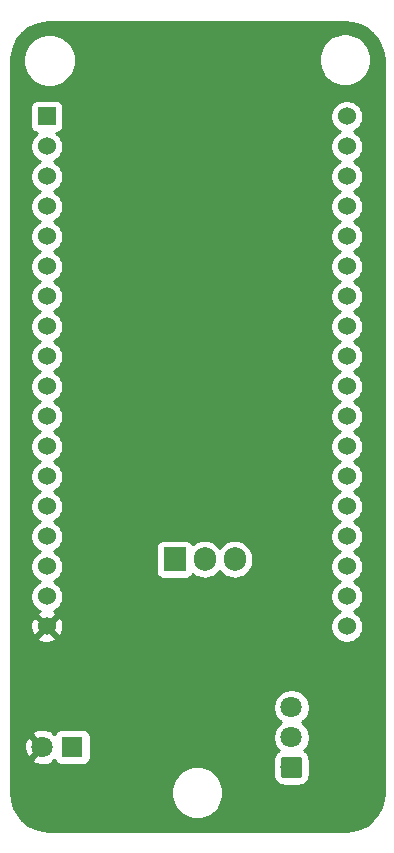
<source format=gbr>
G04 #@! TF.GenerationSoftware,KiCad,Pcbnew,5.1.3-ffb9f22~84~ubuntu18.04.1*
G04 #@! TF.CreationDate,2019-08-09T22:51:00+03:00*
G04 #@! TF.ProjectId,Edifier_Remote,45646966-6965-4725-9f52-656d6f74652e,rev?*
G04 #@! TF.SameCoordinates,Original*
G04 #@! TF.FileFunction,Copper,L2,Bot*
G04 #@! TF.FilePolarity,Positive*
%FSLAX46Y46*%
G04 Gerber Fmt 4.6, Leading zero omitted, Abs format (unit mm)*
G04 Created by KiCad (PCBNEW 5.1.3-ffb9f22~84~ubuntu18.04.1) date 2019-08-09 22:51:00*
%MOMM*%
%LPD*%
G04 APERTURE LIST*
%ADD10C,1.800000*%
%ADD11C,0.100000*%
%ADD12R,1.524000X1.524000*%
%ADD13C,1.524000*%
%ADD14O,1.905000X2.000000*%
%ADD15R,1.905000X2.000000*%
%ADD16R,1.800000X1.800000*%
%ADD17C,0.254000*%
G04 APERTURE END LIST*
D10*
X125465840Y-125049280D03*
X125465840Y-127589280D03*
D11*
G36*
X126141787Y-129230476D02*
G01*
X126165900Y-129234053D01*
X126189547Y-129239976D01*
X126212499Y-129248188D01*
X126234535Y-129258611D01*
X126255444Y-129271143D01*
X126275023Y-129285664D01*
X126293085Y-129302035D01*
X126309456Y-129320097D01*
X126323977Y-129339676D01*
X126336509Y-129360585D01*
X126346932Y-129382621D01*
X126355144Y-129405573D01*
X126361067Y-129429220D01*
X126364644Y-129453333D01*
X126365840Y-129477680D01*
X126365840Y-130780880D01*
X126364644Y-130805227D01*
X126361067Y-130829340D01*
X126355144Y-130852987D01*
X126346932Y-130875939D01*
X126336509Y-130897975D01*
X126323977Y-130918884D01*
X126309456Y-130938463D01*
X126293085Y-130956525D01*
X126275023Y-130972896D01*
X126255444Y-130987417D01*
X126234535Y-130999949D01*
X126212499Y-131010372D01*
X126189547Y-131018584D01*
X126165900Y-131024507D01*
X126141787Y-131028084D01*
X126117440Y-131029280D01*
X124814240Y-131029280D01*
X124789893Y-131028084D01*
X124765780Y-131024507D01*
X124742133Y-131018584D01*
X124719181Y-131010372D01*
X124697145Y-130999949D01*
X124676236Y-130987417D01*
X124656657Y-130972896D01*
X124638595Y-130956525D01*
X124622224Y-130938463D01*
X124607703Y-130918884D01*
X124595171Y-130897975D01*
X124584748Y-130875939D01*
X124576536Y-130852987D01*
X124570613Y-130829340D01*
X124567036Y-130805227D01*
X124565840Y-130780880D01*
X124565840Y-129477680D01*
X124567036Y-129453333D01*
X124570613Y-129429220D01*
X124576536Y-129405573D01*
X124584748Y-129382621D01*
X124595171Y-129360585D01*
X124607703Y-129339676D01*
X124622224Y-129320097D01*
X124638595Y-129302035D01*
X124656657Y-129285664D01*
X124676236Y-129271143D01*
X124697145Y-129258611D01*
X124719181Y-129248188D01*
X124742133Y-129239976D01*
X124765780Y-129234053D01*
X124789893Y-129230476D01*
X124814240Y-129229280D01*
X126117440Y-129229280D01*
X126141787Y-129230476D01*
X126141787Y-129230476D01*
G37*
D10*
X125465840Y-130129280D03*
D12*
X104747000Y-75017000D03*
D13*
X104747000Y-77557000D03*
X104747000Y-80097000D03*
X104747000Y-82637000D03*
X104747000Y-85177000D03*
X104747000Y-87717000D03*
X104747000Y-90257000D03*
X104747000Y-92797000D03*
X104747000Y-95337000D03*
X104747000Y-97877000D03*
X104747000Y-100417000D03*
X104747000Y-102957000D03*
X104747000Y-105497000D03*
X104747000Y-108037000D03*
X104747000Y-110577000D03*
X104747000Y-113117000D03*
X104747000Y-115657000D03*
X104747000Y-118197000D03*
X130147000Y-75017000D03*
X130147000Y-77557000D03*
X130147000Y-80097000D03*
X130147000Y-82637000D03*
X130147000Y-85177000D03*
X130147000Y-87717000D03*
X130147000Y-90257000D03*
X130147000Y-92797000D03*
X130147000Y-95337000D03*
X130147000Y-97877000D03*
X130147000Y-100417000D03*
X130147000Y-102957000D03*
X130147000Y-105497000D03*
X130147000Y-108037000D03*
X130147000Y-110577000D03*
X130147000Y-113117000D03*
X130147000Y-115657000D03*
X130147000Y-118197000D03*
D14*
X120650000Y-112522000D03*
X118110000Y-112522000D03*
D15*
X115570000Y-112522000D03*
D10*
X104383840Y-128407160D03*
D16*
X106923840Y-128407160D03*
D17*
G36*
X130630688Y-67069238D02*
G01*
X131240054Y-67253217D01*
X131802075Y-67552049D01*
X132295347Y-67954353D01*
X132701084Y-68444805D01*
X133003834Y-69004728D01*
X133192060Y-69612788D01*
X133262201Y-70280132D01*
X133262200Y-132232645D01*
X133196561Y-132902088D01*
X133012582Y-133511453D01*
X132713751Y-134073474D01*
X132311447Y-134566747D01*
X131820992Y-134972486D01*
X131261076Y-135275233D01*
X130653011Y-135463460D01*
X129985678Y-135533600D01*
X105013155Y-135533600D01*
X104343712Y-135467961D01*
X103734347Y-135283982D01*
X103172326Y-134985151D01*
X102679053Y-134582847D01*
X102273314Y-134092392D01*
X101970567Y-133532476D01*
X101782340Y-132924411D01*
X101712200Y-132257078D01*
X101712200Y-132063072D01*
X115240000Y-132063072D01*
X115240000Y-132503328D01*
X115325890Y-132935125D01*
X115494369Y-133341869D01*
X115738962Y-133707929D01*
X116050271Y-134019238D01*
X116416331Y-134263831D01*
X116823075Y-134432310D01*
X117254872Y-134518200D01*
X117695128Y-134518200D01*
X118126925Y-134432310D01*
X118533669Y-134263831D01*
X118899729Y-134019238D01*
X119211038Y-133707929D01*
X119455631Y-133341869D01*
X119624110Y-132935125D01*
X119710000Y-132503328D01*
X119710000Y-132063072D01*
X119624110Y-131631275D01*
X119455631Y-131224531D01*
X119211038Y-130858471D01*
X118899729Y-130547162D01*
X118533669Y-130302569D01*
X118126925Y-130134090D01*
X117695128Y-130048200D01*
X117254872Y-130048200D01*
X116823075Y-130134090D01*
X116416331Y-130302569D01*
X116050271Y-130547162D01*
X115738962Y-130858471D01*
X115494369Y-131224531D01*
X115325890Y-131631275D01*
X115240000Y-132063072D01*
X101712200Y-132063072D01*
X101712200Y-128473713D01*
X102842849Y-128473713D01*
X102885443Y-128773067D01*
X102985618Y-129058359D01*
X103065579Y-129207952D01*
X103319760Y-129291635D01*
X104204235Y-128407160D01*
X103319760Y-127522685D01*
X103065579Y-127606368D01*
X102934682Y-127878935D01*
X102859475Y-128171802D01*
X102842849Y-128473713D01*
X101712200Y-128473713D01*
X101712200Y-127343080D01*
X103499365Y-127343080D01*
X104383840Y-128227555D01*
X104397983Y-128213413D01*
X104577588Y-128393018D01*
X104563445Y-128407160D01*
X104577588Y-128421303D01*
X104397983Y-128600908D01*
X104383840Y-128586765D01*
X103499365Y-129471240D01*
X103583048Y-129725421D01*
X103855615Y-129856318D01*
X104148482Y-129931525D01*
X104450393Y-129948151D01*
X104749747Y-129905557D01*
X105035039Y-129805382D01*
X105184632Y-129725421D01*
X105268314Y-129471242D01*
X105384262Y-129587190D01*
X105431027Y-129540425D01*
X105434338Y-129551340D01*
X105493303Y-129661654D01*
X105572655Y-129758345D01*
X105669346Y-129837697D01*
X105779660Y-129896662D01*
X105899358Y-129932972D01*
X106023840Y-129945232D01*
X107823840Y-129945232D01*
X107948322Y-129932972D01*
X108068020Y-129896662D01*
X108178334Y-129837697D01*
X108275025Y-129758345D01*
X108354377Y-129661654D01*
X108413342Y-129551340D01*
X108435686Y-129477680D01*
X123927768Y-129477680D01*
X123927768Y-130780880D01*
X123944801Y-130953822D01*
X123995247Y-131120118D01*
X124077165Y-131273377D01*
X124187410Y-131407710D01*
X124321743Y-131517955D01*
X124475002Y-131599873D01*
X124641298Y-131650319D01*
X124814240Y-131667352D01*
X126117440Y-131667352D01*
X126290382Y-131650319D01*
X126456678Y-131599873D01*
X126609937Y-131517955D01*
X126744270Y-131407710D01*
X126854515Y-131273377D01*
X126936433Y-131120118D01*
X126986879Y-130953822D01*
X127003912Y-130780880D01*
X127003912Y-129477680D01*
X126986879Y-129304738D01*
X126936433Y-129138442D01*
X126854515Y-128985183D01*
X126744270Y-128850850D01*
X126609937Y-128740605D01*
X126528735Y-128697202D01*
X126658152Y-128567785D01*
X126826139Y-128316375D01*
X126941851Y-128037023D01*
X127000840Y-127740464D01*
X127000840Y-127438096D01*
X126941851Y-127141537D01*
X126826139Y-126862185D01*
X126658152Y-126610775D01*
X126444345Y-126396968D01*
X126328077Y-126319280D01*
X126444345Y-126241592D01*
X126658152Y-126027785D01*
X126826139Y-125776375D01*
X126941851Y-125497023D01*
X127000840Y-125200464D01*
X127000840Y-124898096D01*
X126941851Y-124601537D01*
X126826139Y-124322185D01*
X126658152Y-124070775D01*
X126444345Y-123856968D01*
X126192935Y-123688981D01*
X125913583Y-123573269D01*
X125617024Y-123514280D01*
X125314656Y-123514280D01*
X125018097Y-123573269D01*
X124738745Y-123688981D01*
X124487335Y-123856968D01*
X124273528Y-124070775D01*
X124105541Y-124322185D01*
X123989829Y-124601537D01*
X123930840Y-124898096D01*
X123930840Y-125200464D01*
X123989829Y-125497023D01*
X124105541Y-125776375D01*
X124273528Y-126027785D01*
X124487335Y-126241592D01*
X124603603Y-126319280D01*
X124487335Y-126396968D01*
X124273528Y-126610775D01*
X124105541Y-126862185D01*
X123989829Y-127141537D01*
X123930840Y-127438096D01*
X123930840Y-127740464D01*
X123989829Y-128037023D01*
X124105541Y-128316375D01*
X124273528Y-128567785D01*
X124402945Y-128697202D01*
X124321743Y-128740605D01*
X124187410Y-128850850D01*
X124077165Y-128985183D01*
X123995247Y-129138442D01*
X123944801Y-129304738D01*
X123927768Y-129477680D01*
X108435686Y-129477680D01*
X108449652Y-129431642D01*
X108461912Y-129307160D01*
X108461912Y-127507160D01*
X108449652Y-127382678D01*
X108413342Y-127262980D01*
X108354377Y-127152666D01*
X108275025Y-127055975D01*
X108178334Y-126976623D01*
X108068020Y-126917658D01*
X107948322Y-126881348D01*
X107823840Y-126869088D01*
X106023840Y-126869088D01*
X105899358Y-126881348D01*
X105779660Y-126917658D01*
X105669346Y-126976623D01*
X105572655Y-127055975D01*
X105493303Y-127152666D01*
X105434338Y-127262980D01*
X105431027Y-127273895D01*
X105384262Y-127227130D01*
X105268314Y-127343078D01*
X105184632Y-127088899D01*
X104912065Y-126958002D01*
X104619198Y-126882795D01*
X104317287Y-126866169D01*
X104017933Y-126908763D01*
X103732641Y-127008938D01*
X103583048Y-127088899D01*
X103499365Y-127343080D01*
X101712200Y-127343080D01*
X101712200Y-119162565D01*
X103961040Y-119162565D01*
X104028020Y-119402656D01*
X104277048Y-119519756D01*
X104544135Y-119586023D01*
X104819017Y-119598910D01*
X105091133Y-119557922D01*
X105350023Y-119464636D01*
X105465980Y-119402656D01*
X105532960Y-119162565D01*
X104747000Y-118376605D01*
X103961040Y-119162565D01*
X101712200Y-119162565D01*
X101712200Y-118269017D01*
X103345090Y-118269017D01*
X103386078Y-118541133D01*
X103479364Y-118800023D01*
X103541344Y-118915980D01*
X103781435Y-118982960D01*
X104567395Y-118197000D01*
X104926605Y-118197000D01*
X105712565Y-118982960D01*
X105952656Y-118915980D01*
X106069756Y-118666952D01*
X106136023Y-118399865D01*
X106148910Y-118124983D01*
X106107922Y-117852867D01*
X106014636Y-117593977D01*
X105952656Y-117478020D01*
X105712565Y-117411040D01*
X104926605Y-118197000D01*
X104567395Y-118197000D01*
X103781435Y-117411040D01*
X103541344Y-117478020D01*
X103424244Y-117727048D01*
X103357977Y-117994135D01*
X103345090Y-118269017D01*
X101712200Y-118269017D01*
X101712200Y-74255000D01*
X103346928Y-74255000D01*
X103346928Y-75779000D01*
X103359188Y-75903482D01*
X103395498Y-76023180D01*
X103454463Y-76133494D01*
X103533815Y-76230185D01*
X103630506Y-76309537D01*
X103740820Y-76368502D01*
X103860518Y-76404812D01*
X103944465Y-76413080D01*
X103856465Y-76471880D01*
X103661880Y-76666465D01*
X103508995Y-76895273D01*
X103403686Y-77149510D01*
X103350000Y-77419408D01*
X103350000Y-77694592D01*
X103403686Y-77964490D01*
X103508995Y-78218727D01*
X103661880Y-78447535D01*
X103856465Y-78642120D01*
X104085273Y-78795005D01*
X104162515Y-78827000D01*
X104085273Y-78858995D01*
X103856465Y-79011880D01*
X103661880Y-79206465D01*
X103508995Y-79435273D01*
X103403686Y-79689510D01*
X103350000Y-79959408D01*
X103350000Y-80234592D01*
X103403686Y-80504490D01*
X103508995Y-80758727D01*
X103661880Y-80987535D01*
X103856465Y-81182120D01*
X104085273Y-81335005D01*
X104162515Y-81367000D01*
X104085273Y-81398995D01*
X103856465Y-81551880D01*
X103661880Y-81746465D01*
X103508995Y-81975273D01*
X103403686Y-82229510D01*
X103350000Y-82499408D01*
X103350000Y-82774592D01*
X103403686Y-83044490D01*
X103508995Y-83298727D01*
X103661880Y-83527535D01*
X103856465Y-83722120D01*
X104085273Y-83875005D01*
X104162515Y-83907000D01*
X104085273Y-83938995D01*
X103856465Y-84091880D01*
X103661880Y-84286465D01*
X103508995Y-84515273D01*
X103403686Y-84769510D01*
X103350000Y-85039408D01*
X103350000Y-85314592D01*
X103403686Y-85584490D01*
X103508995Y-85838727D01*
X103661880Y-86067535D01*
X103856465Y-86262120D01*
X104085273Y-86415005D01*
X104162515Y-86447000D01*
X104085273Y-86478995D01*
X103856465Y-86631880D01*
X103661880Y-86826465D01*
X103508995Y-87055273D01*
X103403686Y-87309510D01*
X103350000Y-87579408D01*
X103350000Y-87854592D01*
X103403686Y-88124490D01*
X103508995Y-88378727D01*
X103661880Y-88607535D01*
X103856465Y-88802120D01*
X104085273Y-88955005D01*
X104162515Y-88987000D01*
X104085273Y-89018995D01*
X103856465Y-89171880D01*
X103661880Y-89366465D01*
X103508995Y-89595273D01*
X103403686Y-89849510D01*
X103350000Y-90119408D01*
X103350000Y-90394592D01*
X103403686Y-90664490D01*
X103508995Y-90918727D01*
X103661880Y-91147535D01*
X103856465Y-91342120D01*
X104085273Y-91495005D01*
X104162515Y-91527000D01*
X104085273Y-91558995D01*
X103856465Y-91711880D01*
X103661880Y-91906465D01*
X103508995Y-92135273D01*
X103403686Y-92389510D01*
X103350000Y-92659408D01*
X103350000Y-92934592D01*
X103403686Y-93204490D01*
X103508995Y-93458727D01*
X103661880Y-93687535D01*
X103856465Y-93882120D01*
X104085273Y-94035005D01*
X104162515Y-94067000D01*
X104085273Y-94098995D01*
X103856465Y-94251880D01*
X103661880Y-94446465D01*
X103508995Y-94675273D01*
X103403686Y-94929510D01*
X103350000Y-95199408D01*
X103350000Y-95474592D01*
X103403686Y-95744490D01*
X103508995Y-95998727D01*
X103661880Y-96227535D01*
X103856465Y-96422120D01*
X104085273Y-96575005D01*
X104162515Y-96607000D01*
X104085273Y-96638995D01*
X103856465Y-96791880D01*
X103661880Y-96986465D01*
X103508995Y-97215273D01*
X103403686Y-97469510D01*
X103350000Y-97739408D01*
X103350000Y-98014592D01*
X103403686Y-98284490D01*
X103508995Y-98538727D01*
X103661880Y-98767535D01*
X103856465Y-98962120D01*
X104085273Y-99115005D01*
X104162515Y-99147000D01*
X104085273Y-99178995D01*
X103856465Y-99331880D01*
X103661880Y-99526465D01*
X103508995Y-99755273D01*
X103403686Y-100009510D01*
X103350000Y-100279408D01*
X103350000Y-100554592D01*
X103403686Y-100824490D01*
X103508995Y-101078727D01*
X103661880Y-101307535D01*
X103856465Y-101502120D01*
X104085273Y-101655005D01*
X104162515Y-101687000D01*
X104085273Y-101718995D01*
X103856465Y-101871880D01*
X103661880Y-102066465D01*
X103508995Y-102295273D01*
X103403686Y-102549510D01*
X103350000Y-102819408D01*
X103350000Y-103094592D01*
X103403686Y-103364490D01*
X103508995Y-103618727D01*
X103661880Y-103847535D01*
X103856465Y-104042120D01*
X104085273Y-104195005D01*
X104162515Y-104227000D01*
X104085273Y-104258995D01*
X103856465Y-104411880D01*
X103661880Y-104606465D01*
X103508995Y-104835273D01*
X103403686Y-105089510D01*
X103350000Y-105359408D01*
X103350000Y-105634592D01*
X103403686Y-105904490D01*
X103508995Y-106158727D01*
X103661880Y-106387535D01*
X103856465Y-106582120D01*
X104085273Y-106735005D01*
X104162515Y-106767000D01*
X104085273Y-106798995D01*
X103856465Y-106951880D01*
X103661880Y-107146465D01*
X103508995Y-107375273D01*
X103403686Y-107629510D01*
X103350000Y-107899408D01*
X103350000Y-108174592D01*
X103403686Y-108444490D01*
X103508995Y-108698727D01*
X103661880Y-108927535D01*
X103856465Y-109122120D01*
X104085273Y-109275005D01*
X104162515Y-109307000D01*
X104085273Y-109338995D01*
X103856465Y-109491880D01*
X103661880Y-109686465D01*
X103508995Y-109915273D01*
X103403686Y-110169510D01*
X103350000Y-110439408D01*
X103350000Y-110714592D01*
X103403686Y-110984490D01*
X103508995Y-111238727D01*
X103661880Y-111467535D01*
X103856465Y-111662120D01*
X104085273Y-111815005D01*
X104162515Y-111847000D01*
X104085273Y-111878995D01*
X103856465Y-112031880D01*
X103661880Y-112226465D01*
X103508995Y-112455273D01*
X103403686Y-112709510D01*
X103350000Y-112979408D01*
X103350000Y-113254592D01*
X103403686Y-113524490D01*
X103508995Y-113778727D01*
X103661880Y-114007535D01*
X103856465Y-114202120D01*
X104085273Y-114355005D01*
X104162515Y-114387000D01*
X104085273Y-114418995D01*
X103856465Y-114571880D01*
X103661880Y-114766465D01*
X103508995Y-114995273D01*
X103403686Y-115249510D01*
X103350000Y-115519408D01*
X103350000Y-115794592D01*
X103403686Y-116064490D01*
X103508995Y-116318727D01*
X103661880Y-116547535D01*
X103856465Y-116742120D01*
X104085273Y-116895005D01*
X104156943Y-116924692D01*
X104143977Y-116929364D01*
X104028020Y-116991344D01*
X103961040Y-117231435D01*
X104747000Y-118017395D01*
X105532960Y-117231435D01*
X105465980Y-116991344D01*
X105330240Y-116927515D01*
X105408727Y-116895005D01*
X105637535Y-116742120D01*
X105832120Y-116547535D01*
X105985005Y-116318727D01*
X106090314Y-116064490D01*
X106144000Y-115794592D01*
X106144000Y-115519408D01*
X106090314Y-115249510D01*
X105985005Y-114995273D01*
X105832120Y-114766465D01*
X105637535Y-114571880D01*
X105408727Y-114418995D01*
X105331485Y-114387000D01*
X105408727Y-114355005D01*
X105637535Y-114202120D01*
X105832120Y-114007535D01*
X105985005Y-113778727D01*
X106090314Y-113524490D01*
X106144000Y-113254592D01*
X106144000Y-112979408D01*
X106090314Y-112709510D01*
X105985005Y-112455273D01*
X105832120Y-112226465D01*
X105637535Y-112031880D01*
X105408727Y-111878995D01*
X105331485Y-111847000D01*
X105408727Y-111815005D01*
X105637535Y-111662120D01*
X105777655Y-111522000D01*
X113979428Y-111522000D01*
X113979428Y-113522000D01*
X113991688Y-113646482D01*
X114027998Y-113766180D01*
X114086963Y-113876494D01*
X114166315Y-113973185D01*
X114263006Y-114052537D01*
X114373320Y-114111502D01*
X114493018Y-114147812D01*
X114617500Y-114160072D01*
X116522500Y-114160072D01*
X116646982Y-114147812D01*
X116766680Y-114111502D01*
X116876994Y-114052537D01*
X116973685Y-113973185D01*
X117053037Y-113876494D01*
X117097905Y-113792553D01*
X117223766Y-113895845D01*
X117499552Y-114043255D01*
X117798797Y-114134030D01*
X118110000Y-114164681D01*
X118421204Y-114134030D01*
X118720449Y-114043255D01*
X118996235Y-113895845D01*
X119237963Y-113697463D01*
X119380000Y-113524391D01*
X119522037Y-113697463D01*
X119763766Y-113895845D01*
X120039552Y-114043255D01*
X120338797Y-114134030D01*
X120650000Y-114164681D01*
X120961204Y-114134030D01*
X121260449Y-114043255D01*
X121536235Y-113895845D01*
X121777963Y-113697463D01*
X121976345Y-113455734D01*
X122123755Y-113179948D01*
X122214530Y-112880703D01*
X122237500Y-112647485D01*
X122237500Y-112396514D01*
X122214530Y-112163296D01*
X122123755Y-111864051D01*
X121976345Y-111588265D01*
X121777963Y-111346537D01*
X121536234Y-111148155D01*
X121260448Y-111000745D01*
X120961203Y-110909970D01*
X120650000Y-110879319D01*
X120338796Y-110909970D01*
X120039551Y-111000745D01*
X119763765Y-111148155D01*
X119522037Y-111346537D01*
X119380000Y-111519609D01*
X119237963Y-111346537D01*
X118996234Y-111148155D01*
X118720448Y-111000745D01*
X118421203Y-110909970D01*
X118110000Y-110879319D01*
X117798796Y-110909970D01*
X117499551Y-111000745D01*
X117223765Y-111148155D01*
X117097905Y-111251446D01*
X117053037Y-111167506D01*
X116973685Y-111070815D01*
X116876994Y-110991463D01*
X116766680Y-110932498D01*
X116646982Y-110896188D01*
X116522500Y-110883928D01*
X114617500Y-110883928D01*
X114493018Y-110896188D01*
X114373320Y-110932498D01*
X114263006Y-110991463D01*
X114166315Y-111070815D01*
X114086963Y-111167506D01*
X114027998Y-111277820D01*
X113991688Y-111397518D01*
X113979428Y-111522000D01*
X105777655Y-111522000D01*
X105832120Y-111467535D01*
X105985005Y-111238727D01*
X106090314Y-110984490D01*
X106144000Y-110714592D01*
X106144000Y-110439408D01*
X106090314Y-110169510D01*
X105985005Y-109915273D01*
X105832120Y-109686465D01*
X105637535Y-109491880D01*
X105408727Y-109338995D01*
X105331485Y-109307000D01*
X105408727Y-109275005D01*
X105637535Y-109122120D01*
X105832120Y-108927535D01*
X105985005Y-108698727D01*
X106090314Y-108444490D01*
X106144000Y-108174592D01*
X106144000Y-107899408D01*
X106090314Y-107629510D01*
X105985005Y-107375273D01*
X105832120Y-107146465D01*
X105637535Y-106951880D01*
X105408727Y-106798995D01*
X105331485Y-106767000D01*
X105408727Y-106735005D01*
X105637535Y-106582120D01*
X105832120Y-106387535D01*
X105985005Y-106158727D01*
X106090314Y-105904490D01*
X106144000Y-105634592D01*
X106144000Y-105359408D01*
X106090314Y-105089510D01*
X105985005Y-104835273D01*
X105832120Y-104606465D01*
X105637535Y-104411880D01*
X105408727Y-104258995D01*
X105331485Y-104227000D01*
X105408727Y-104195005D01*
X105637535Y-104042120D01*
X105832120Y-103847535D01*
X105985005Y-103618727D01*
X106090314Y-103364490D01*
X106144000Y-103094592D01*
X106144000Y-102819408D01*
X106090314Y-102549510D01*
X105985005Y-102295273D01*
X105832120Y-102066465D01*
X105637535Y-101871880D01*
X105408727Y-101718995D01*
X105331485Y-101687000D01*
X105408727Y-101655005D01*
X105637535Y-101502120D01*
X105832120Y-101307535D01*
X105985005Y-101078727D01*
X106090314Y-100824490D01*
X106144000Y-100554592D01*
X106144000Y-100279408D01*
X106090314Y-100009510D01*
X105985005Y-99755273D01*
X105832120Y-99526465D01*
X105637535Y-99331880D01*
X105408727Y-99178995D01*
X105331485Y-99147000D01*
X105408727Y-99115005D01*
X105637535Y-98962120D01*
X105832120Y-98767535D01*
X105985005Y-98538727D01*
X106090314Y-98284490D01*
X106144000Y-98014592D01*
X106144000Y-97739408D01*
X106090314Y-97469510D01*
X105985005Y-97215273D01*
X105832120Y-96986465D01*
X105637535Y-96791880D01*
X105408727Y-96638995D01*
X105331485Y-96607000D01*
X105408727Y-96575005D01*
X105637535Y-96422120D01*
X105832120Y-96227535D01*
X105985005Y-95998727D01*
X106090314Y-95744490D01*
X106144000Y-95474592D01*
X106144000Y-95199408D01*
X106090314Y-94929510D01*
X105985005Y-94675273D01*
X105832120Y-94446465D01*
X105637535Y-94251880D01*
X105408727Y-94098995D01*
X105331485Y-94067000D01*
X105408727Y-94035005D01*
X105637535Y-93882120D01*
X105832120Y-93687535D01*
X105985005Y-93458727D01*
X106090314Y-93204490D01*
X106144000Y-92934592D01*
X106144000Y-92659408D01*
X106090314Y-92389510D01*
X105985005Y-92135273D01*
X105832120Y-91906465D01*
X105637535Y-91711880D01*
X105408727Y-91558995D01*
X105331485Y-91527000D01*
X105408727Y-91495005D01*
X105637535Y-91342120D01*
X105832120Y-91147535D01*
X105985005Y-90918727D01*
X106090314Y-90664490D01*
X106144000Y-90394592D01*
X106144000Y-90119408D01*
X106090314Y-89849510D01*
X105985005Y-89595273D01*
X105832120Y-89366465D01*
X105637535Y-89171880D01*
X105408727Y-89018995D01*
X105331485Y-88987000D01*
X105408727Y-88955005D01*
X105637535Y-88802120D01*
X105832120Y-88607535D01*
X105985005Y-88378727D01*
X106090314Y-88124490D01*
X106144000Y-87854592D01*
X106144000Y-87579408D01*
X106090314Y-87309510D01*
X105985005Y-87055273D01*
X105832120Y-86826465D01*
X105637535Y-86631880D01*
X105408727Y-86478995D01*
X105331485Y-86447000D01*
X105408727Y-86415005D01*
X105637535Y-86262120D01*
X105832120Y-86067535D01*
X105985005Y-85838727D01*
X106090314Y-85584490D01*
X106144000Y-85314592D01*
X106144000Y-85039408D01*
X106090314Y-84769510D01*
X105985005Y-84515273D01*
X105832120Y-84286465D01*
X105637535Y-84091880D01*
X105408727Y-83938995D01*
X105331485Y-83907000D01*
X105408727Y-83875005D01*
X105637535Y-83722120D01*
X105832120Y-83527535D01*
X105985005Y-83298727D01*
X106090314Y-83044490D01*
X106144000Y-82774592D01*
X106144000Y-82499408D01*
X106090314Y-82229510D01*
X105985005Y-81975273D01*
X105832120Y-81746465D01*
X105637535Y-81551880D01*
X105408727Y-81398995D01*
X105331485Y-81367000D01*
X105408727Y-81335005D01*
X105637535Y-81182120D01*
X105832120Y-80987535D01*
X105985005Y-80758727D01*
X106090314Y-80504490D01*
X106144000Y-80234592D01*
X106144000Y-79959408D01*
X106090314Y-79689510D01*
X105985005Y-79435273D01*
X105832120Y-79206465D01*
X105637535Y-79011880D01*
X105408727Y-78858995D01*
X105331485Y-78827000D01*
X105408727Y-78795005D01*
X105637535Y-78642120D01*
X105832120Y-78447535D01*
X105985005Y-78218727D01*
X106090314Y-77964490D01*
X106144000Y-77694592D01*
X106144000Y-77419408D01*
X106090314Y-77149510D01*
X105985005Y-76895273D01*
X105832120Y-76666465D01*
X105637535Y-76471880D01*
X105549535Y-76413080D01*
X105633482Y-76404812D01*
X105753180Y-76368502D01*
X105863494Y-76309537D01*
X105960185Y-76230185D01*
X106039537Y-76133494D01*
X106098502Y-76023180D01*
X106134812Y-75903482D01*
X106147072Y-75779000D01*
X106147072Y-74879408D01*
X128750000Y-74879408D01*
X128750000Y-75154592D01*
X128803686Y-75424490D01*
X128908995Y-75678727D01*
X129061880Y-75907535D01*
X129256465Y-76102120D01*
X129485273Y-76255005D01*
X129562515Y-76287000D01*
X129485273Y-76318995D01*
X129256465Y-76471880D01*
X129061880Y-76666465D01*
X128908995Y-76895273D01*
X128803686Y-77149510D01*
X128750000Y-77419408D01*
X128750000Y-77694592D01*
X128803686Y-77964490D01*
X128908995Y-78218727D01*
X129061880Y-78447535D01*
X129256465Y-78642120D01*
X129485273Y-78795005D01*
X129562515Y-78827000D01*
X129485273Y-78858995D01*
X129256465Y-79011880D01*
X129061880Y-79206465D01*
X128908995Y-79435273D01*
X128803686Y-79689510D01*
X128750000Y-79959408D01*
X128750000Y-80234592D01*
X128803686Y-80504490D01*
X128908995Y-80758727D01*
X129061880Y-80987535D01*
X129256465Y-81182120D01*
X129485273Y-81335005D01*
X129562515Y-81367000D01*
X129485273Y-81398995D01*
X129256465Y-81551880D01*
X129061880Y-81746465D01*
X128908995Y-81975273D01*
X128803686Y-82229510D01*
X128750000Y-82499408D01*
X128750000Y-82774592D01*
X128803686Y-83044490D01*
X128908995Y-83298727D01*
X129061880Y-83527535D01*
X129256465Y-83722120D01*
X129485273Y-83875005D01*
X129562515Y-83907000D01*
X129485273Y-83938995D01*
X129256465Y-84091880D01*
X129061880Y-84286465D01*
X128908995Y-84515273D01*
X128803686Y-84769510D01*
X128750000Y-85039408D01*
X128750000Y-85314592D01*
X128803686Y-85584490D01*
X128908995Y-85838727D01*
X129061880Y-86067535D01*
X129256465Y-86262120D01*
X129485273Y-86415005D01*
X129562515Y-86447000D01*
X129485273Y-86478995D01*
X129256465Y-86631880D01*
X129061880Y-86826465D01*
X128908995Y-87055273D01*
X128803686Y-87309510D01*
X128750000Y-87579408D01*
X128750000Y-87854592D01*
X128803686Y-88124490D01*
X128908995Y-88378727D01*
X129061880Y-88607535D01*
X129256465Y-88802120D01*
X129485273Y-88955005D01*
X129562515Y-88987000D01*
X129485273Y-89018995D01*
X129256465Y-89171880D01*
X129061880Y-89366465D01*
X128908995Y-89595273D01*
X128803686Y-89849510D01*
X128750000Y-90119408D01*
X128750000Y-90394592D01*
X128803686Y-90664490D01*
X128908995Y-90918727D01*
X129061880Y-91147535D01*
X129256465Y-91342120D01*
X129485273Y-91495005D01*
X129562515Y-91527000D01*
X129485273Y-91558995D01*
X129256465Y-91711880D01*
X129061880Y-91906465D01*
X128908995Y-92135273D01*
X128803686Y-92389510D01*
X128750000Y-92659408D01*
X128750000Y-92934592D01*
X128803686Y-93204490D01*
X128908995Y-93458727D01*
X129061880Y-93687535D01*
X129256465Y-93882120D01*
X129485273Y-94035005D01*
X129562515Y-94067000D01*
X129485273Y-94098995D01*
X129256465Y-94251880D01*
X129061880Y-94446465D01*
X128908995Y-94675273D01*
X128803686Y-94929510D01*
X128750000Y-95199408D01*
X128750000Y-95474592D01*
X128803686Y-95744490D01*
X128908995Y-95998727D01*
X129061880Y-96227535D01*
X129256465Y-96422120D01*
X129485273Y-96575005D01*
X129562515Y-96607000D01*
X129485273Y-96638995D01*
X129256465Y-96791880D01*
X129061880Y-96986465D01*
X128908995Y-97215273D01*
X128803686Y-97469510D01*
X128750000Y-97739408D01*
X128750000Y-98014592D01*
X128803686Y-98284490D01*
X128908995Y-98538727D01*
X129061880Y-98767535D01*
X129256465Y-98962120D01*
X129485273Y-99115005D01*
X129562515Y-99147000D01*
X129485273Y-99178995D01*
X129256465Y-99331880D01*
X129061880Y-99526465D01*
X128908995Y-99755273D01*
X128803686Y-100009510D01*
X128750000Y-100279408D01*
X128750000Y-100554592D01*
X128803686Y-100824490D01*
X128908995Y-101078727D01*
X129061880Y-101307535D01*
X129256465Y-101502120D01*
X129485273Y-101655005D01*
X129562515Y-101687000D01*
X129485273Y-101718995D01*
X129256465Y-101871880D01*
X129061880Y-102066465D01*
X128908995Y-102295273D01*
X128803686Y-102549510D01*
X128750000Y-102819408D01*
X128750000Y-103094592D01*
X128803686Y-103364490D01*
X128908995Y-103618727D01*
X129061880Y-103847535D01*
X129256465Y-104042120D01*
X129485273Y-104195005D01*
X129562515Y-104227000D01*
X129485273Y-104258995D01*
X129256465Y-104411880D01*
X129061880Y-104606465D01*
X128908995Y-104835273D01*
X128803686Y-105089510D01*
X128750000Y-105359408D01*
X128750000Y-105634592D01*
X128803686Y-105904490D01*
X128908995Y-106158727D01*
X129061880Y-106387535D01*
X129256465Y-106582120D01*
X129485273Y-106735005D01*
X129562515Y-106767000D01*
X129485273Y-106798995D01*
X129256465Y-106951880D01*
X129061880Y-107146465D01*
X128908995Y-107375273D01*
X128803686Y-107629510D01*
X128750000Y-107899408D01*
X128750000Y-108174592D01*
X128803686Y-108444490D01*
X128908995Y-108698727D01*
X129061880Y-108927535D01*
X129256465Y-109122120D01*
X129485273Y-109275005D01*
X129562515Y-109307000D01*
X129485273Y-109338995D01*
X129256465Y-109491880D01*
X129061880Y-109686465D01*
X128908995Y-109915273D01*
X128803686Y-110169510D01*
X128750000Y-110439408D01*
X128750000Y-110714592D01*
X128803686Y-110984490D01*
X128908995Y-111238727D01*
X129061880Y-111467535D01*
X129256465Y-111662120D01*
X129485273Y-111815005D01*
X129562515Y-111847000D01*
X129485273Y-111878995D01*
X129256465Y-112031880D01*
X129061880Y-112226465D01*
X128908995Y-112455273D01*
X128803686Y-112709510D01*
X128750000Y-112979408D01*
X128750000Y-113254592D01*
X128803686Y-113524490D01*
X128908995Y-113778727D01*
X129061880Y-114007535D01*
X129256465Y-114202120D01*
X129485273Y-114355005D01*
X129562515Y-114387000D01*
X129485273Y-114418995D01*
X129256465Y-114571880D01*
X129061880Y-114766465D01*
X128908995Y-114995273D01*
X128803686Y-115249510D01*
X128750000Y-115519408D01*
X128750000Y-115794592D01*
X128803686Y-116064490D01*
X128908995Y-116318727D01*
X129061880Y-116547535D01*
X129256465Y-116742120D01*
X129485273Y-116895005D01*
X129562515Y-116927000D01*
X129485273Y-116958995D01*
X129256465Y-117111880D01*
X129061880Y-117306465D01*
X128908995Y-117535273D01*
X128803686Y-117789510D01*
X128750000Y-118059408D01*
X128750000Y-118334592D01*
X128803686Y-118604490D01*
X128908995Y-118858727D01*
X129061880Y-119087535D01*
X129256465Y-119282120D01*
X129485273Y-119435005D01*
X129739510Y-119540314D01*
X130009408Y-119594000D01*
X130284592Y-119594000D01*
X130554490Y-119540314D01*
X130808727Y-119435005D01*
X131037535Y-119282120D01*
X131232120Y-119087535D01*
X131385005Y-118858727D01*
X131490314Y-118604490D01*
X131544000Y-118334592D01*
X131544000Y-118059408D01*
X131490314Y-117789510D01*
X131385005Y-117535273D01*
X131232120Y-117306465D01*
X131037535Y-117111880D01*
X130808727Y-116958995D01*
X130731485Y-116927000D01*
X130808727Y-116895005D01*
X131037535Y-116742120D01*
X131232120Y-116547535D01*
X131385005Y-116318727D01*
X131490314Y-116064490D01*
X131544000Y-115794592D01*
X131544000Y-115519408D01*
X131490314Y-115249510D01*
X131385005Y-114995273D01*
X131232120Y-114766465D01*
X131037535Y-114571880D01*
X130808727Y-114418995D01*
X130731485Y-114387000D01*
X130808727Y-114355005D01*
X131037535Y-114202120D01*
X131232120Y-114007535D01*
X131385005Y-113778727D01*
X131490314Y-113524490D01*
X131544000Y-113254592D01*
X131544000Y-112979408D01*
X131490314Y-112709510D01*
X131385005Y-112455273D01*
X131232120Y-112226465D01*
X131037535Y-112031880D01*
X130808727Y-111878995D01*
X130731485Y-111847000D01*
X130808727Y-111815005D01*
X131037535Y-111662120D01*
X131232120Y-111467535D01*
X131385005Y-111238727D01*
X131490314Y-110984490D01*
X131544000Y-110714592D01*
X131544000Y-110439408D01*
X131490314Y-110169510D01*
X131385005Y-109915273D01*
X131232120Y-109686465D01*
X131037535Y-109491880D01*
X130808727Y-109338995D01*
X130731485Y-109307000D01*
X130808727Y-109275005D01*
X131037535Y-109122120D01*
X131232120Y-108927535D01*
X131385005Y-108698727D01*
X131490314Y-108444490D01*
X131544000Y-108174592D01*
X131544000Y-107899408D01*
X131490314Y-107629510D01*
X131385005Y-107375273D01*
X131232120Y-107146465D01*
X131037535Y-106951880D01*
X130808727Y-106798995D01*
X130731485Y-106767000D01*
X130808727Y-106735005D01*
X131037535Y-106582120D01*
X131232120Y-106387535D01*
X131385005Y-106158727D01*
X131490314Y-105904490D01*
X131544000Y-105634592D01*
X131544000Y-105359408D01*
X131490314Y-105089510D01*
X131385005Y-104835273D01*
X131232120Y-104606465D01*
X131037535Y-104411880D01*
X130808727Y-104258995D01*
X130731485Y-104227000D01*
X130808727Y-104195005D01*
X131037535Y-104042120D01*
X131232120Y-103847535D01*
X131385005Y-103618727D01*
X131490314Y-103364490D01*
X131544000Y-103094592D01*
X131544000Y-102819408D01*
X131490314Y-102549510D01*
X131385005Y-102295273D01*
X131232120Y-102066465D01*
X131037535Y-101871880D01*
X130808727Y-101718995D01*
X130731485Y-101687000D01*
X130808727Y-101655005D01*
X131037535Y-101502120D01*
X131232120Y-101307535D01*
X131385005Y-101078727D01*
X131490314Y-100824490D01*
X131544000Y-100554592D01*
X131544000Y-100279408D01*
X131490314Y-100009510D01*
X131385005Y-99755273D01*
X131232120Y-99526465D01*
X131037535Y-99331880D01*
X130808727Y-99178995D01*
X130731485Y-99147000D01*
X130808727Y-99115005D01*
X131037535Y-98962120D01*
X131232120Y-98767535D01*
X131385005Y-98538727D01*
X131490314Y-98284490D01*
X131544000Y-98014592D01*
X131544000Y-97739408D01*
X131490314Y-97469510D01*
X131385005Y-97215273D01*
X131232120Y-96986465D01*
X131037535Y-96791880D01*
X130808727Y-96638995D01*
X130731485Y-96607000D01*
X130808727Y-96575005D01*
X131037535Y-96422120D01*
X131232120Y-96227535D01*
X131385005Y-95998727D01*
X131490314Y-95744490D01*
X131544000Y-95474592D01*
X131544000Y-95199408D01*
X131490314Y-94929510D01*
X131385005Y-94675273D01*
X131232120Y-94446465D01*
X131037535Y-94251880D01*
X130808727Y-94098995D01*
X130731485Y-94067000D01*
X130808727Y-94035005D01*
X131037535Y-93882120D01*
X131232120Y-93687535D01*
X131385005Y-93458727D01*
X131490314Y-93204490D01*
X131544000Y-92934592D01*
X131544000Y-92659408D01*
X131490314Y-92389510D01*
X131385005Y-92135273D01*
X131232120Y-91906465D01*
X131037535Y-91711880D01*
X130808727Y-91558995D01*
X130731485Y-91527000D01*
X130808727Y-91495005D01*
X131037535Y-91342120D01*
X131232120Y-91147535D01*
X131385005Y-90918727D01*
X131490314Y-90664490D01*
X131544000Y-90394592D01*
X131544000Y-90119408D01*
X131490314Y-89849510D01*
X131385005Y-89595273D01*
X131232120Y-89366465D01*
X131037535Y-89171880D01*
X130808727Y-89018995D01*
X130731485Y-88987000D01*
X130808727Y-88955005D01*
X131037535Y-88802120D01*
X131232120Y-88607535D01*
X131385005Y-88378727D01*
X131490314Y-88124490D01*
X131544000Y-87854592D01*
X131544000Y-87579408D01*
X131490314Y-87309510D01*
X131385005Y-87055273D01*
X131232120Y-86826465D01*
X131037535Y-86631880D01*
X130808727Y-86478995D01*
X130731485Y-86447000D01*
X130808727Y-86415005D01*
X131037535Y-86262120D01*
X131232120Y-86067535D01*
X131385005Y-85838727D01*
X131490314Y-85584490D01*
X131544000Y-85314592D01*
X131544000Y-85039408D01*
X131490314Y-84769510D01*
X131385005Y-84515273D01*
X131232120Y-84286465D01*
X131037535Y-84091880D01*
X130808727Y-83938995D01*
X130731485Y-83907000D01*
X130808727Y-83875005D01*
X131037535Y-83722120D01*
X131232120Y-83527535D01*
X131385005Y-83298727D01*
X131490314Y-83044490D01*
X131544000Y-82774592D01*
X131544000Y-82499408D01*
X131490314Y-82229510D01*
X131385005Y-81975273D01*
X131232120Y-81746465D01*
X131037535Y-81551880D01*
X130808727Y-81398995D01*
X130731485Y-81367000D01*
X130808727Y-81335005D01*
X131037535Y-81182120D01*
X131232120Y-80987535D01*
X131385005Y-80758727D01*
X131490314Y-80504490D01*
X131544000Y-80234592D01*
X131544000Y-79959408D01*
X131490314Y-79689510D01*
X131385005Y-79435273D01*
X131232120Y-79206465D01*
X131037535Y-79011880D01*
X130808727Y-78858995D01*
X130731485Y-78827000D01*
X130808727Y-78795005D01*
X131037535Y-78642120D01*
X131232120Y-78447535D01*
X131385005Y-78218727D01*
X131490314Y-77964490D01*
X131544000Y-77694592D01*
X131544000Y-77419408D01*
X131490314Y-77149510D01*
X131385005Y-76895273D01*
X131232120Y-76666465D01*
X131037535Y-76471880D01*
X130808727Y-76318995D01*
X130731485Y-76287000D01*
X130808727Y-76255005D01*
X131037535Y-76102120D01*
X131232120Y-75907535D01*
X131385005Y-75678727D01*
X131490314Y-75424490D01*
X131544000Y-75154592D01*
X131544000Y-74879408D01*
X131490314Y-74609510D01*
X131385005Y-74355273D01*
X131232120Y-74126465D01*
X131037535Y-73931880D01*
X130808727Y-73778995D01*
X130554490Y-73673686D01*
X130284592Y-73620000D01*
X130009408Y-73620000D01*
X129739510Y-73673686D01*
X129485273Y-73778995D01*
X129256465Y-73931880D01*
X129061880Y-74126465D01*
X128908995Y-74355273D01*
X128803686Y-74609510D01*
X128750000Y-74879408D01*
X106147072Y-74879408D01*
X106147072Y-74255000D01*
X106134812Y-74130518D01*
X106098502Y-74010820D01*
X106039537Y-73900506D01*
X105960185Y-73803815D01*
X105863494Y-73724463D01*
X105753180Y-73665498D01*
X105633482Y-73629188D01*
X105509000Y-73616928D01*
X103985000Y-73616928D01*
X103860518Y-73629188D01*
X103740820Y-73665498D01*
X103630506Y-73724463D01*
X103533815Y-73803815D01*
X103454463Y-73900506D01*
X103395498Y-74010820D01*
X103359188Y-74130518D01*
X103346928Y-74255000D01*
X101712200Y-74255000D01*
X101712200Y-70304535D01*
X101738503Y-70036272D01*
X102717800Y-70036272D01*
X102717800Y-70476528D01*
X102803690Y-70908325D01*
X102972169Y-71315069D01*
X103216762Y-71681129D01*
X103528071Y-71992438D01*
X103894131Y-72237031D01*
X104300875Y-72405510D01*
X104732672Y-72491400D01*
X105172928Y-72491400D01*
X105604725Y-72405510D01*
X106011469Y-72237031D01*
X106377529Y-71992438D01*
X106688838Y-71681129D01*
X106933431Y-71315069D01*
X107101910Y-70908325D01*
X107187800Y-70476528D01*
X107187800Y-70036272D01*
X107182748Y-70010872D01*
X127762200Y-70010872D01*
X127762200Y-70451128D01*
X127848090Y-70882925D01*
X128016569Y-71289669D01*
X128261162Y-71655729D01*
X128572471Y-71967038D01*
X128938531Y-72211631D01*
X129345275Y-72380110D01*
X129777072Y-72466000D01*
X130217328Y-72466000D01*
X130649125Y-72380110D01*
X131055869Y-72211631D01*
X131421929Y-71967038D01*
X131733238Y-71655729D01*
X131977831Y-71289669D01*
X132146310Y-70882925D01*
X132232200Y-70451128D01*
X132232200Y-70010872D01*
X132146310Y-69579075D01*
X131977831Y-69172331D01*
X131733238Y-68806271D01*
X131421929Y-68494962D01*
X131055869Y-68250369D01*
X130649125Y-68081890D01*
X130217328Y-67996000D01*
X129777072Y-67996000D01*
X129345275Y-68081890D01*
X128938531Y-68250369D01*
X128572471Y-68494962D01*
X128261162Y-68806271D01*
X128016569Y-69172331D01*
X127848090Y-69579075D01*
X127762200Y-70010872D01*
X107182748Y-70010872D01*
X107101910Y-69604475D01*
X106933431Y-69197731D01*
X106688838Y-68831671D01*
X106377529Y-68520362D01*
X106011469Y-68275769D01*
X105604725Y-68107290D01*
X105172928Y-68021400D01*
X104732672Y-68021400D01*
X104300875Y-68107290D01*
X103894131Y-68275769D01*
X103528071Y-68520362D01*
X103216762Y-68831671D01*
X102972169Y-69197731D01*
X102803690Y-69604475D01*
X102717800Y-70036272D01*
X101738503Y-70036272D01*
X101777837Y-69635112D01*
X101961816Y-69025746D01*
X102260648Y-68463725D01*
X102662952Y-67970453D01*
X103153404Y-67564716D01*
X103713327Y-67261966D01*
X104321387Y-67073740D01*
X104988721Y-67003600D01*
X129961255Y-67003600D01*
X130630688Y-67069238D01*
X130630688Y-67069238D01*
G37*
X130630688Y-67069238D02*
X131240054Y-67253217D01*
X131802075Y-67552049D01*
X132295347Y-67954353D01*
X132701084Y-68444805D01*
X133003834Y-69004728D01*
X133192060Y-69612788D01*
X133262201Y-70280132D01*
X133262200Y-132232645D01*
X133196561Y-132902088D01*
X133012582Y-133511453D01*
X132713751Y-134073474D01*
X132311447Y-134566747D01*
X131820992Y-134972486D01*
X131261076Y-135275233D01*
X130653011Y-135463460D01*
X129985678Y-135533600D01*
X105013155Y-135533600D01*
X104343712Y-135467961D01*
X103734347Y-135283982D01*
X103172326Y-134985151D01*
X102679053Y-134582847D01*
X102273314Y-134092392D01*
X101970567Y-133532476D01*
X101782340Y-132924411D01*
X101712200Y-132257078D01*
X101712200Y-132063072D01*
X115240000Y-132063072D01*
X115240000Y-132503328D01*
X115325890Y-132935125D01*
X115494369Y-133341869D01*
X115738962Y-133707929D01*
X116050271Y-134019238D01*
X116416331Y-134263831D01*
X116823075Y-134432310D01*
X117254872Y-134518200D01*
X117695128Y-134518200D01*
X118126925Y-134432310D01*
X118533669Y-134263831D01*
X118899729Y-134019238D01*
X119211038Y-133707929D01*
X119455631Y-133341869D01*
X119624110Y-132935125D01*
X119710000Y-132503328D01*
X119710000Y-132063072D01*
X119624110Y-131631275D01*
X119455631Y-131224531D01*
X119211038Y-130858471D01*
X118899729Y-130547162D01*
X118533669Y-130302569D01*
X118126925Y-130134090D01*
X117695128Y-130048200D01*
X117254872Y-130048200D01*
X116823075Y-130134090D01*
X116416331Y-130302569D01*
X116050271Y-130547162D01*
X115738962Y-130858471D01*
X115494369Y-131224531D01*
X115325890Y-131631275D01*
X115240000Y-132063072D01*
X101712200Y-132063072D01*
X101712200Y-128473713D01*
X102842849Y-128473713D01*
X102885443Y-128773067D01*
X102985618Y-129058359D01*
X103065579Y-129207952D01*
X103319760Y-129291635D01*
X104204235Y-128407160D01*
X103319760Y-127522685D01*
X103065579Y-127606368D01*
X102934682Y-127878935D01*
X102859475Y-128171802D01*
X102842849Y-128473713D01*
X101712200Y-128473713D01*
X101712200Y-127343080D01*
X103499365Y-127343080D01*
X104383840Y-128227555D01*
X104397983Y-128213413D01*
X104577588Y-128393018D01*
X104563445Y-128407160D01*
X104577588Y-128421303D01*
X104397983Y-128600908D01*
X104383840Y-128586765D01*
X103499365Y-129471240D01*
X103583048Y-129725421D01*
X103855615Y-129856318D01*
X104148482Y-129931525D01*
X104450393Y-129948151D01*
X104749747Y-129905557D01*
X105035039Y-129805382D01*
X105184632Y-129725421D01*
X105268314Y-129471242D01*
X105384262Y-129587190D01*
X105431027Y-129540425D01*
X105434338Y-129551340D01*
X105493303Y-129661654D01*
X105572655Y-129758345D01*
X105669346Y-129837697D01*
X105779660Y-129896662D01*
X105899358Y-129932972D01*
X106023840Y-129945232D01*
X107823840Y-129945232D01*
X107948322Y-129932972D01*
X108068020Y-129896662D01*
X108178334Y-129837697D01*
X108275025Y-129758345D01*
X108354377Y-129661654D01*
X108413342Y-129551340D01*
X108435686Y-129477680D01*
X123927768Y-129477680D01*
X123927768Y-130780880D01*
X123944801Y-130953822D01*
X123995247Y-131120118D01*
X124077165Y-131273377D01*
X124187410Y-131407710D01*
X124321743Y-131517955D01*
X124475002Y-131599873D01*
X124641298Y-131650319D01*
X124814240Y-131667352D01*
X126117440Y-131667352D01*
X126290382Y-131650319D01*
X126456678Y-131599873D01*
X126609937Y-131517955D01*
X126744270Y-131407710D01*
X126854515Y-131273377D01*
X126936433Y-131120118D01*
X126986879Y-130953822D01*
X127003912Y-130780880D01*
X127003912Y-129477680D01*
X126986879Y-129304738D01*
X126936433Y-129138442D01*
X126854515Y-128985183D01*
X126744270Y-128850850D01*
X126609937Y-128740605D01*
X126528735Y-128697202D01*
X126658152Y-128567785D01*
X126826139Y-128316375D01*
X126941851Y-128037023D01*
X127000840Y-127740464D01*
X127000840Y-127438096D01*
X126941851Y-127141537D01*
X126826139Y-126862185D01*
X126658152Y-126610775D01*
X126444345Y-126396968D01*
X126328077Y-126319280D01*
X126444345Y-126241592D01*
X126658152Y-126027785D01*
X126826139Y-125776375D01*
X126941851Y-125497023D01*
X127000840Y-125200464D01*
X127000840Y-124898096D01*
X126941851Y-124601537D01*
X126826139Y-124322185D01*
X126658152Y-124070775D01*
X126444345Y-123856968D01*
X126192935Y-123688981D01*
X125913583Y-123573269D01*
X125617024Y-123514280D01*
X125314656Y-123514280D01*
X125018097Y-123573269D01*
X124738745Y-123688981D01*
X124487335Y-123856968D01*
X124273528Y-124070775D01*
X124105541Y-124322185D01*
X123989829Y-124601537D01*
X123930840Y-124898096D01*
X123930840Y-125200464D01*
X123989829Y-125497023D01*
X124105541Y-125776375D01*
X124273528Y-126027785D01*
X124487335Y-126241592D01*
X124603603Y-126319280D01*
X124487335Y-126396968D01*
X124273528Y-126610775D01*
X124105541Y-126862185D01*
X123989829Y-127141537D01*
X123930840Y-127438096D01*
X123930840Y-127740464D01*
X123989829Y-128037023D01*
X124105541Y-128316375D01*
X124273528Y-128567785D01*
X124402945Y-128697202D01*
X124321743Y-128740605D01*
X124187410Y-128850850D01*
X124077165Y-128985183D01*
X123995247Y-129138442D01*
X123944801Y-129304738D01*
X123927768Y-129477680D01*
X108435686Y-129477680D01*
X108449652Y-129431642D01*
X108461912Y-129307160D01*
X108461912Y-127507160D01*
X108449652Y-127382678D01*
X108413342Y-127262980D01*
X108354377Y-127152666D01*
X108275025Y-127055975D01*
X108178334Y-126976623D01*
X108068020Y-126917658D01*
X107948322Y-126881348D01*
X107823840Y-126869088D01*
X106023840Y-126869088D01*
X105899358Y-126881348D01*
X105779660Y-126917658D01*
X105669346Y-126976623D01*
X105572655Y-127055975D01*
X105493303Y-127152666D01*
X105434338Y-127262980D01*
X105431027Y-127273895D01*
X105384262Y-127227130D01*
X105268314Y-127343078D01*
X105184632Y-127088899D01*
X104912065Y-126958002D01*
X104619198Y-126882795D01*
X104317287Y-126866169D01*
X104017933Y-126908763D01*
X103732641Y-127008938D01*
X103583048Y-127088899D01*
X103499365Y-127343080D01*
X101712200Y-127343080D01*
X101712200Y-119162565D01*
X103961040Y-119162565D01*
X104028020Y-119402656D01*
X104277048Y-119519756D01*
X104544135Y-119586023D01*
X104819017Y-119598910D01*
X105091133Y-119557922D01*
X105350023Y-119464636D01*
X105465980Y-119402656D01*
X105532960Y-119162565D01*
X104747000Y-118376605D01*
X103961040Y-119162565D01*
X101712200Y-119162565D01*
X101712200Y-118269017D01*
X103345090Y-118269017D01*
X103386078Y-118541133D01*
X103479364Y-118800023D01*
X103541344Y-118915980D01*
X103781435Y-118982960D01*
X104567395Y-118197000D01*
X104926605Y-118197000D01*
X105712565Y-118982960D01*
X105952656Y-118915980D01*
X106069756Y-118666952D01*
X106136023Y-118399865D01*
X106148910Y-118124983D01*
X106107922Y-117852867D01*
X106014636Y-117593977D01*
X105952656Y-117478020D01*
X105712565Y-117411040D01*
X104926605Y-118197000D01*
X104567395Y-118197000D01*
X103781435Y-117411040D01*
X103541344Y-117478020D01*
X103424244Y-117727048D01*
X103357977Y-117994135D01*
X103345090Y-118269017D01*
X101712200Y-118269017D01*
X101712200Y-74255000D01*
X103346928Y-74255000D01*
X103346928Y-75779000D01*
X103359188Y-75903482D01*
X103395498Y-76023180D01*
X103454463Y-76133494D01*
X103533815Y-76230185D01*
X103630506Y-76309537D01*
X103740820Y-76368502D01*
X103860518Y-76404812D01*
X103944465Y-76413080D01*
X103856465Y-76471880D01*
X103661880Y-76666465D01*
X103508995Y-76895273D01*
X103403686Y-77149510D01*
X103350000Y-77419408D01*
X103350000Y-77694592D01*
X103403686Y-77964490D01*
X103508995Y-78218727D01*
X103661880Y-78447535D01*
X103856465Y-78642120D01*
X104085273Y-78795005D01*
X104162515Y-78827000D01*
X104085273Y-78858995D01*
X103856465Y-79011880D01*
X103661880Y-79206465D01*
X103508995Y-79435273D01*
X103403686Y-79689510D01*
X103350000Y-79959408D01*
X103350000Y-80234592D01*
X103403686Y-80504490D01*
X103508995Y-80758727D01*
X103661880Y-80987535D01*
X103856465Y-81182120D01*
X104085273Y-81335005D01*
X104162515Y-81367000D01*
X104085273Y-81398995D01*
X103856465Y-81551880D01*
X103661880Y-81746465D01*
X103508995Y-81975273D01*
X103403686Y-82229510D01*
X103350000Y-82499408D01*
X103350000Y-82774592D01*
X103403686Y-83044490D01*
X103508995Y-83298727D01*
X103661880Y-83527535D01*
X103856465Y-83722120D01*
X104085273Y-83875005D01*
X104162515Y-83907000D01*
X104085273Y-83938995D01*
X103856465Y-84091880D01*
X103661880Y-84286465D01*
X103508995Y-84515273D01*
X103403686Y-84769510D01*
X103350000Y-85039408D01*
X103350000Y-85314592D01*
X103403686Y-85584490D01*
X103508995Y-85838727D01*
X103661880Y-86067535D01*
X103856465Y-86262120D01*
X104085273Y-86415005D01*
X104162515Y-86447000D01*
X104085273Y-86478995D01*
X103856465Y-86631880D01*
X103661880Y-86826465D01*
X103508995Y-87055273D01*
X103403686Y-87309510D01*
X103350000Y-87579408D01*
X103350000Y-87854592D01*
X103403686Y-88124490D01*
X103508995Y-88378727D01*
X103661880Y-88607535D01*
X103856465Y-88802120D01*
X104085273Y-88955005D01*
X104162515Y-88987000D01*
X104085273Y-89018995D01*
X103856465Y-89171880D01*
X103661880Y-89366465D01*
X103508995Y-89595273D01*
X103403686Y-89849510D01*
X103350000Y-90119408D01*
X103350000Y-90394592D01*
X103403686Y-90664490D01*
X103508995Y-90918727D01*
X103661880Y-91147535D01*
X103856465Y-91342120D01*
X104085273Y-91495005D01*
X104162515Y-91527000D01*
X104085273Y-91558995D01*
X103856465Y-91711880D01*
X103661880Y-91906465D01*
X103508995Y-92135273D01*
X103403686Y-92389510D01*
X103350000Y-92659408D01*
X103350000Y-92934592D01*
X103403686Y-93204490D01*
X103508995Y-93458727D01*
X103661880Y-93687535D01*
X103856465Y-93882120D01*
X104085273Y-94035005D01*
X104162515Y-94067000D01*
X104085273Y-94098995D01*
X103856465Y-94251880D01*
X103661880Y-94446465D01*
X103508995Y-94675273D01*
X103403686Y-94929510D01*
X103350000Y-95199408D01*
X103350000Y-95474592D01*
X103403686Y-95744490D01*
X103508995Y-95998727D01*
X103661880Y-96227535D01*
X103856465Y-96422120D01*
X104085273Y-96575005D01*
X104162515Y-96607000D01*
X104085273Y-96638995D01*
X103856465Y-96791880D01*
X103661880Y-96986465D01*
X103508995Y-97215273D01*
X103403686Y-97469510D01*
X103350000Y-97739408D01*
X103350000Y-98014592D01*
X103403686Y-98284490D01*
X103508995Y-98538727D01*
X103661880Y-98767535D01*
X103856465Y-98962120D01*
X104085273Y-99115005D01*
X104162515Y-99147000D01*
X104085273Y-99178995D01*
X103856465Y-99331880D01*
X103661880Y-99526465D01*
X103508995Y-99755273D01*
X103403686Y-100009510D01*
X103350000Y-100279408D01*
X103350000Y-100554592D01*
X103403686Y-100824490D01*
X103508995Y-101078727D01*
X103661880Y-101307535D01*
X103856465Y-101502120D01*
X104085273Y-101655005D01*
X104162515Y-101687000D01*
X104085273Y-101718995D01*
X103856465Y-101871880D01*
X103661880Y-102066465D01*
X103508995Y-102295273D01*
X103403686Y-102549510D01*
X103350000Y-102819408D01*
X103350000Y-103094592D01*
X103403686Y-103364490D01*
X103508995Y-103618727D01*
X103661880Y-103847535D01*
X103856465Y-104042120D01*
X104085273Y-104195005D01*
X104162515Y-104227000D01*
X104085273Y-104258995D01*
X103856465Y-104411880D01*
X103661880Y-104606465D01*
X103508995Y-104835273D01*
X103403686Y-105089510D01*
X103350000Y-105359408D01*
X103350000Y-105634592D01*
X103403686Y-105904490D01*
X103508995Y-106158727D01*
X103661880Y-106387535D01*
X103856465Y-106582120D01*
X104085273Y-106735005D01*
X104162515Y-106767000D01*
X104085273Y-106798995D01*
X103856465Y-106951880D01*
X103661880Y-107146465D01*
X103508995Y-107375273D01*
X103403686Y-107629510D01*
X103350000Y-107899408D01*
X103350000Y-108174592D01*
X103403686Y-108444490D01*
X103508995Y-108698727D01*
X103661880Y-108927535D01*
X103856465Y-109122120D01*
X104085273Y-109275005D01*
X104162515Y-109307000D01*
X104085273Y-109338995D01*
X103856465Y-109491880D01*
X103661880Y-109686465D01*
X103508995Y-109915273D01*
X103403686Y-110169510D01*
X103350000Y-110439408D01*
X103350000Y-110714592D01*
X103403686Y-110984490D01*
X103508995Y-111238727D01*
X103661880Y-111467535D01*
X103856465Y-111662120D01*
X104085273Y-111815005D01*
X104162515Y-111847000D01*
X104085273Y-111878995D01*
X103856465Y-112031880D01*
X103661880Y-112226465D01*
X103508995Y-112455273D01*
X103403686Y-112709510D01*
X103350000Y-112979408D01*
X103350000Y-113254592D01*
X103403686Y-113524490D01*
X103508995Y-113778727D01*
X103661880Y-114007535D01*
X103856465Y-114202120D01*
X104085273Y-114355005D01*
X104162515Y-114387000D01*
X104085273Y-114418995D01*
X103856465Y-114571880D01*
X103661880Y-114766465D01*
X103508995Y-114995273D01*
X103403686Y-115249510D01*
X103350000Y-115519408D01*
X103350000Y-115794592D01*
X103403686Y-116064490D01*
X103508995Y-116318727D01*
X103661880Y-116547535D01*
X103856465Y-116742120D01*
X104085273Y-116895005D01*
X104156943Y-116924692D01*
X104143977Y-116929364D01*
X104028020Y-116991344D01*
X103961040Y-117231435D01*
X104747000Y-118017395D01*
X105532960Y-117231435D01*
X105465980Y-116991344D01*
X105330240Y-116927515D01*
X105408727Y-116895005D01*
X105637535Y-116742120D01*
X105832120Y-116547535D01*
X105985005Y-116318727D01*
X106090314Y-116064490D01*
X106144000Y-115794592D01*
X106144000Y-115519408D01*
X106090314Y-115249510D01*
X105985005Y-114995273D01*
X105832120Y-114766465D01*
X105637535Y-114571880D01*
X105408727Y-114418995D01*
X105331485Y-114387000D01*
X105408727Y-114355005D01*
X105637535Y-114202120D01*
X105832120Y-114007535D01*
X105985005Y-113778727D01*
X106090314Y-113524490D01*
X106144000Y-113254592D01*
X106144000Y-112979408D01*
X106090314Y-112709510D01*
X105985005Y-112455273D01*
X105832120Y-112226465D01*
X105637535Y-112031880D01*
X105408727Y-111878995D01*
X105331485Y-111847000D01*
X105408727Y-111815005D01*
X105637535Y-111662120D01*
X105777655Y-111522000D01*
X113979428Y-111522000D01*
X113979428Y-113522000D01*
X113991688Y-113646482D01*
X114027998Y-113766180D01*
X114086963Y-113876494D01*
X114166315Y-113973185D01*
X114263006Y-114052537D01*
X114373320Y-114111502D01*
X114493018Y-114147812D01*
X114617500Y-114160072D01*
X116522500Y-114160072D01*
X116646982Y-114147812D01*
X116766680Y-114111502D01*
X116876994Y-114052537D01*
X116973685Y-113973185D01*
X117053037Y-113876494D01*
X117097905Y-113792553D01*
X117223766Y-113895845D01*
X117499552Y-114043255D01*
X117798797Y-114134030D01*
X118110000Y-114164681D01*
X118421204Y-114134030D01*
X118720449Y-114043255D01*
X118996235Y-113895845D01*
X119237963Y-113697463D01*
X119380000Y-113524391D01*
X119522037Y-113697463D01*
X119763766Y-113895845D01*
X120039552Y-114043255D01*
X120338797Y-114134030D01*
X120650000Y-114164681D01*
X120961204Y-114134030D01*
X121260449Y-114043255D01*
X121536235Y-113895845D01*
X121777963Y-113697463D01*
X121976345Y-113455734D01*
X122123755Y-113179948D01*
X122214530Y-112880703D01*
X122237500Y-112647485D01*
X122237500Y-112396514D01*
X122214530Y-112163296D01*
X122123755Y-111864051D01*
X121976345Y-111588265D01*
X121777963Y-111346537D01*
X121536234Y-111148155D01*
X121260448Y-111000745D01*
X120961203Y-110909970D01*
X120650000Y-110879319D01*
X120338796Y-110909970D01*
X120039551Y-111000745D01*
X119763765Y-111148155D01*
X119522037Y-111346537D01*
X119380000Y-111519609D01*
X119237963Y-111346537D01*
X118996234Y-111148155D01*
X118720448Y-111000745D01*
X118421203Y-110909970D01*
X118110000Y-110879319D01*
X117798796Y-110909970D01*
X117499551Y-111000745D01*
X117223765Y-111148155D01*
X117097905Y-111251446D01*
X117053037Y-111167506D01*
X116973685Y-111070815D01*
X116876994Y-110991463D01*
X116766680Y-110932498D01*
X116646982Y-110896188D01*
X116522500Y-110883928D01*
X114617500Y-110883928D01*
X114493018Y-110896188D01*
X114373320Y-110932498D01*
X114263006Y-110991463D01*
X114166315Y-111070815D01*
X114086963Y-111167506D01*
X114027998Y-111277820D01*
X113991688Y-111397518D01*
X113979428Y-111522000D01*
X105777655Y-111522000D01*
X105832120Y-111467535D01*
X105985005Y-111238727D01*
X106090314Y-110984490D01*
X106144000Y-110714592D01*
X106144000Y-110439408D01*
X106090314Y-110169510D01*
X105985005Y-109915273D01*
X105832120Y-109686465D01*
X105637535Y-109491880D01*
X105408727Y-109338995D01*
X105331485Y-109307000D01*
X105408727Y-109275005D01*
X105637535Y-109122120D01*
X105832120Y-108927535D01*
X105985005Y-108698727D01*
X106090314Y-108444490D01*
X106144000Y-108174592D01*
X106144000Y-107899408D01*
X106090314Y-107629510D01*
X105985005Y-107375273D01*
X105832120Y-107146465D01*
X105637535Y-106951880D01*
X105408727Y-106798995D01*
X105331485Y-106767000D01*
X105408727Y-106735005D01*
X105637535Y-106582120D01*
X105832120Y-106387535D01*
X105985005Y-106158727D01*
X106090314Y-105904490D01*
X106144000Y-105634592D01*
X106144000Y-105359408D01*
X106090314Y-105089510D01*
X105985005Y-104835273D01*
X105832120Y-104606465D01*
X105637535Y-104411880D01*
X105408727Y-104258995D01*
X105331485Y-104227000D01*
X105408727Y-104195005D01*
X105637535Y-104042120D01*
X105832120Y-103847535D01*
X105985005Y-103618727D01*
X106090314Y-103364490D01*
X106144000Y-103094592D01*
X106144000Y-102819408D01*
X106090314Y-102549510D01*
X105985005Y-102295273D01*
X105832120Y-102066465D01*
X105637535Y-101871880D01*
X105408727Y-101718995D01*
X105331485Y-101687000D01*
X105408727Y-101655005D01*
X105637535Y-101502120D01*
X105832120Y-101307535D01*
X105985005Y-101078727D01*
X106090314Y-100824490D01*
X106144000Y-100554592D01*
X106144000Y-100279408D01*
X106090314Y-100009510D01*
X105985005Y-99755273D01*
X105832120Y-99526465D01*
X105637535Y-99331880D01*
X105408727Y-99178995D01*
X105331485Y-99147000D01*
X105408727Y-99115005D01*
X105637535Y-98962120D01*
X105832120Y-98767535D01*
X105985005Y-98538727D01*
X106090314Y-98284490D01*
X106144000Y-98014592D01*
X106144000Y-97739408D01*
X106090314Y-97469510D01*
X105985005Y-97215273D01*
X105832120Y-96986465D01*
X105637535Y-96791880D01*
X105408727Y-96638995D01*
X105331485Y-96607000D01*
X105408727Y-96575005D01*
X105637535Y-96422120D01*
X105832120Y-96227535D01*
X105985005Y-95998727D01*
X106090314Y-95744490D01*
X106144000Y-95474592D01*
X106144000Y-95199408D01*
X106090314Y-94929510D01*
X105985005Y-94675273D01*
X105832120Y-94446465D01*
X105637535Y-94251880D01*
X105408727Y-94098995D01*
X105331485Y-94067000D01*
X105408727Y-94035005D01*
X105637535Y-93882120D01*
X105832120Y-93687535D01*
X105985005Y-93458727D01*
X106090314Y-93204490D01*
X106144000Y-92934592D01*
X106144000Y-92659408D01*
X106090314Y-92389510D01*
X105985005Y-92135273D01*
X105832120Y-91906465D01*
X105637535Y-91711880D01*
X105408727Y-91558995D01*
X105331485Y-91527000D01*
X105408727Y-91495005D01*
X105637535Y-91342120D01*
X105832120Y-91147535D01*
X105985005Y-90918727D01*
X106090314Y-90664490D01*
X106144000Y-90394592D01*
X106144000Y-90119408D01*
X106090314Y-89849510D01*
X105985005Y-89595273D01*
X105832120Y-89366465D01*
X105637535Y-89171880D01*
X105408727Y-89018995D01*
X105331485Y-88987000D01*
X105408727Y-88955005D01*
X105637535Y-88802120D01*
X105832120Y-88607535D01*
X105985005Y-88378727D01*
X106090314Y-88124490D01*
X106144000Y-87854592D01*
X106144000Y-87579408D01*
X106090314Y-87309510D01*
X105985005Y-87055273D01*
X105832120Y-86826465D01*
X105637535Y-86631880D01*
X105408727Y-86478995D01*
X105331485Y-86447000D01*
X105408727Y-86415005D01*
X105637535Y-86262120D01*
X105832120Y-86067535D01*
X105985005Y-85838727D01*
X106090314Y-85584490D01*
X106144000Y-85314592D01*
X106144000Y-85039408D01*
X106090314Y-84769510D01*
X105985005Y-84515273D01*
X105832120Y-84286465D01*
X105637535Y-84091880D01*
X105408727Y-83938995D01*
X105331485Y-83907000D01*
X105408727Y-83875005D01*
X105637535Y-83722120D01*
X105832120Y-83527535D01*
X105985005Y-83298727D01*
X106090314Y-83044490D01*
X106144000Y-82774592D01*
X106144000Y-82499408D01*
X106090314Y-82229510D01*
X105985005Y-81975273D01*
X105832120Y-81746465D01*
X105637535Y-81551880D01*
X105408727Y-81398995D01*
X105331485Y-81367000D01*
X105408727Y-81335005D01*
X105637535Y-81182120D01*
X105832120Y-80987535D01*
X105985005Y-80758727D01*
X106090314Y-80504490D01*
X106144000Y-80234592D01*
X106144000Y-79959408D01*
X106090314Y-79689510D01*
X105985005Y-79435273D01*
X105832120Y-79206465D01*
X105637535Y-79011880D01*
X105408727Y-78858995D01*
X105331485Y-78827000D01*
X105408727Y-78795005D01*
X105637535Y-78642120D01*
X105832120Y-78447535D01*
X105985005Y-78218727D01*
X106090314Y-77964490D01*
X106144000Y-77694592D01*
X106144000Y-77419408D01*
X106090314Y-77149510D01*
X105985005Y-76895273D01*
X105832120Y-76666465D01*
X105637535Y-76471880D01*
X105549535Y-76413080D01*
X105633482Y-76404812D01*
X105753180Y-76368502D01*
X105863494Y-76309537D01*
X105960185Y-76230185D01*
X106039537Y-76133494D01*
X106098502Y-76023180D01*
X106134812Y-75903482D01*
X106147072Y-75779000D01*
X106147072Y-74879408D01*
X128750000Y-74879408D01*
X128750000Y-75154592D01*
X128803686Y-75424490D01*
X128908995Y-75678727D01*
X129061880Y-75907535D01*
X129256465Y-76102120D01*
X129485273Y-76255005D01*
X129562515Y-76287000D01*
X129485273Y-76318995D01*
X129256465Y-76471880D01*
X129061880Y-76666465D01*
X128908995Y-76895273D01*
X128803686Y-77149510D01*
X128750000Y-77419408D01*
X128750000Y-77694592D01*
X128803686Y-77964490D01*
X128908995Y-78218727D01*
X129061880Y-78447535D01*
X129256465Y-78642120D01*
X129485273Y-78795005D01*
X129562515Y-78827000D01*
X129485273Y-78858995D01*
X129256465Y-79011880D01*
X129061880Y-79206465D01*
X128908995Y-79435273D01*
X128803686Y-79689510D01*
X128750000Y-79959408D01*
X128750000Y-80234592D01*
X128803686Y-80504490D01*
X128908995Y-80758727D01*
X129061880Y-80987535D01*
X129256465Y-81182120D01*
X129485273Y-81335005D01*
X129562515Y-81367000D01*
X129485273Y-81398995D01*
X129256465Y-81551880D01*
X129061880Y-81746465D01*
X128908995Y-81975273D01*
X128803686Y-82229510D01*
X128750000Y-82499408D01*
X128750000Y-82774592D01*
X128803686Y-83044490D01*
X128908995Y-83298727D01*
X129061880Y-83527535D01*
X129256465Y-83722120D01*
X129485273Y-83875005D01*
X129562515Y-83907000D01*
X129485273Y-83938995D01*
X129256465Y-84091880D01*
X129061880Y-84286465D01*
X128908995Y-84515273D01*
X128803686Y-84769510D01*
X128750000Y-85039408D01*
X128750000Y-85314592D01*
X128803686Y-85584490D01*
X128908995Y-85838727D01*
X129061880Y-86067535D01*
X129256465Y-86262120D01*
X129485273Y-86415005D01*
X129562515Y-86447000D01*
X129485273Y-86478995D01*
X129256465Y-86631880D01*
X129061880Y-86826465D01*
X128908995Y-87055273D01*
X128803686Y-87309510D01*
X128750000Y-87579408D01*
X128750000Y-87854592D01*
X128803686Y-88124490D01*
X128908995Y-88378727D01*
X129061880Y-88607535D01*
X129256465Y-88802120D01*
X129485273Y-88955005D01*
X129562515Y-88987000D01*
X129485273Y-89018995D01*
X129256465Y-89171880D01*
X129061880Y-89366465D01*
X128908995Y-89595273D01*
X128803686Y-89849510D01*
X128750000Y-90119408D01*
X128750000Y-90394592D01*
X128803686Y-90664490D01*
X128908995Y-90918727D01*
X129061880Y-91147535D01*
X129256465Y-91342120D01*
X129485273Y-91495005D01*
X129562515Y-91527000D01*
X129485273Y-91558995D01*
X129256465Y-91711880D01*
X129061880Y-91906465D01*
X128908995Y-92135273D01*
X128803686Y-92389510D01*
X128750000Y-92659408D01*
X128750000Y-92934592D01*
X128803686Y-93204490D01*
X128908995Y-93458727D01*
X129061880Y-93687535D01*
X129256465Y-93882120D01*
X129485273Y-94035005D01*
X129562515Y-94067000D01*
X129485273Y-94098995D01*
X129256465Y-94251880D01*
X129061880Y-94446465D01*
X128908995Y-94675273D01*
X128803686Y-94929510D01*
X128750000Y-95199408D01*
X128750000Y-95474592D01*
X128803686Y-95744490D01*
X128908995Y-95998727D01*
X129061880Y-96227535D01*
X129256465Y-96422120D01*
X129485273Y-96575005D01*
X129562515Y-96607000D01*
X129485273Y-96638995D01*
X129256465Y-96791880D01*
X129061880Y-96986465D01*
X128908995Y-97215273D01*
X128803686Y-97469510D01*
X128750000Y-97739408D01*
X128750000Y-98014592D01*
X128803686Y-98284490D01*
X128908995Y-98538727D01*
X129061880Y-98767535D01*
X129256465Y-98962120D01*
X129485273Y-99115005D01*
X129562515Y-99147000D01*
X129485273Y-99178995D01*
X129256465Y-99331880D01*
X129061880Y-99526465D01*
X128908995Y-99755273D01*
X128803686Y-100009510D01*
X128750000Y-100279408D01*
X128750000Y-100554592D01*
X128803686Y-100824490D01*
X128908995Y-101078727D01*
X129061880Y-101307535D01*
X129256465Y-101502120D01*
X129485273Y-101655005D01*
X129562515Y-101687000D01*
X129485273Y-101718995D01*
X129256465Y-101871880D01*
X129061880Y-102066465D01*
X128908995Y-102295273D01*
X128803686Y-102549510D01*
X128750000Y-102819408D01*
X128750000Y-103094592D01*
X128803686Y-103364490D01*
X128908995Y-103618727D01*
X129061880Y-103847535D01*
X129256465Y-104042120D01*
X129485273Y-104195005D01*
X129562515Y-104227000D01*
X129485273Y-104258995D01*
X129256465Y-104411880D01*
X129061880Y-104606465D01*
X128908995Y-104835273D01*
X128803686Y-105089510D01*
X128750000Y-105359408D01*
X128750000Y-105634592D01*
X128803686Y-105904490D01*
X128908995Y-106158727D01*
X129061880Y-106387535D01*
X129256465Y-106582120D01*
X129485273Y-106735005D01*
X129562515Y-106767000D01*
X129485273Y-106798995D01*
X129256465Y-106951880D01*
X129061880Y-107146465D01*
X128908995Y-107375273D01*
X128803686Y-107629510D01*
X128750000Y-107899408D01*
X128750000Y-108174592D01*
X128803686Y-108444490D01*
X128908995Y-108698727D01*
X129061880Y-108927535D01*
X129256465Y-109122120D01*
X129485273Y-109275005D01*
X129562515Y-109307000D01*
X129485273Y-109338995D01*
X129256465Y-109491880D01*
X129061880Y-109686465D01*
X128908995Y-109915273D01*
X128803686Y-110169510D01*
X128750000Y-110439408D01*
X128750000Y-110714592D01*
X128803686Y-110984490D01*
X128908995Y-111238727D01*
X129061880Y-111467535D01*
X129256465Y-111662120D01*
X129485273Y-111815005D01*
X129562515Y-111847000D01*
X129485273Y-111878995D01*
X129256465Y-112031880D01*
X129061880Y-112226465D01*
X128908995Y-112455273D01*
X128803686Y-112709510D01*
X128750000Y-112979408D01*
X128750000Y-113254592D01*
X128803686Y-113524490D01*
X128908995Y-113778727D01*
X129061880Y-114007535D01*
X129256465Y-114202120D01*
X129485273Y-114355005D01*
X129562515Y-114387000D01*
X129485273Y-114418995D01*
X129256465Y-114571880D01*
X129061880Y-114766465D01*
X128908995Y-114995273D01*
X128803686Y-115249510D01*
X128750000Y-115519408D01*
X128750000Y-115794592D01*
X128803686Y-116064490D01*
X128908995Y-116318727D01*
X129061880Y-116547535D01*
X129256465Y-116742120D01*
X129485273Y-116895005D01*
X129562515Y-116927000D01*
X129485273Y-116958995D01*
X129256465Y-117111880D01*
X129061880Y-117306465D01*
X128908995Y-117535273D01*
X128803686Y-117789510D01*
X128750000Y-118059408D01*
X128750000Y-118334592D01*
X128803686Y-118604490D01*
X128908995Y-118858727D01*
X129061880Y-119087535D01*
X129256465Y-119282120D01*
X129485273Y-119435005D01*
X129739510Y-119540314D01*
X130009408Y-119594000D01*
X130284592Y-119594000D01*
X130554490Y-119540314D01*
X130808727Y-119435005D01*
X131037535Y-119282120D01*
X131232120Y-119087535D01*
X131385005Y-118858727D01*
X131490314Y-118604490D01*
X131544000Y-118334592D01*
X131544000Y-118059408D01*
X131490314Y-117789510D01*
X131385005Y-117535273D01*
X131232120Y-117306465D01*
X131037535Y-117111880D01*
X130808727Y-116958995D01*
X130731485Y-116927000D01*
X130808727Y-116895005D01*
X131037535Y-116742120D01*
X131232120Y-116547535D01*
X131385005Y-116318727D01*
X131490314Y-116064490D01*
X131544000Y-115794592D01*
X131544000Y-115519408D01*
X131490314Y-115249510D01*
X131385005Y-114995273D01*
X131232120Y-114766465D01*
X131037535Y-114571880D01*
X130808727Y-114418995D01*
X130731485Y-114387000D01*
X130808727Y-114355005D01*
X131037535Y-114202120D01*
X131232120Y-114007535D01*
X131385005Y-113778727D01*
X131490314Y-113524490D01*
X131544000Y-113254592D01*
X131544000Y-112979408D01*
X131490314Y-112709510D01*
X131385005Y-112455273D01*
X131232120Y-112226465D01*
X131037535Y-112031880D01*
X130808727Y-111878995D01*
X130731485Y-111847000D01*
X130808727Y-111815005D01*
X131037535Y-111662120D01*
X131232120Y-111467535D01*
X131385005Y-111238727D01*
X131490314Y-110984490D01*
X131544000Y-110714592D01*
X131544000Y-110439408D01*
X131490314Y-110169510D01*
X131385005Y-109915273D01*
X131232120Y-109686465D01*
X131037535Y-109491880D01*
X130808727Y-109338995D01*
X130731485Y-109307000D01*
X130808727Y-109275005D01*
X131037535Y-109122120D01*
X131232120Y-108927535D01*
X131385005Y-108698727D01*
X131490314Y-108444490D01*
X131544000Y-108174592D01*
X131544000Y-107899408D01*
X131490314Y-107629510D01*
X131385005Y-107375273D01*
X131232120Y-107146465D01*
X131037535Y-106951880D01*
X130808727Y-106798995D01*
X130731485Y-106767000D01*
X130808727Y-106735005D01*
X131037535Y-106582120D01*
X131232120Y-106387535D01*
X131385005Y-106158727D01*
X131490314Y-105904490D01*
X131544000Y-105634592D01*
X131544000Y-105359408D01*
X131490314Y-105089510D01*
X131385005Y-104835273D01*
X131232120Y-104606465D01*
X131037535Y-104411880D01*
X130808727Y-104258995D01*
X130731485Y-104227000D01*
X130808727Y-104195005D01*
X131037535Y-104042120D01*
X131232120Y-103847535D01*
X131385005Y-103618727D01*
X131490314Y-103364490D01*
X131544000Y-103094592D01*
X131544000Y-102819408D01*
X131490314Y-102549510D01*
X131385005Y-102295273D01*
X131232120Y-102066465D01*
X131037535Y-101871880D01*
X130808727Y-101718995D01*
X130731485Y-101687000D01*
X130808727Y-101655005D01*
X131037535Y-101502120D01*
X131232120Y-101307535D01*
X131385005Y-101078727D01*
X131490314Y-100824490D01*
X131544000Y-100554592D01*
X131544000Y-100279408D01*
X131490314Y-100009510D01*
X131385005Y-99755273D01*
X131232120Y-99526465D01*
X131037535Y-99331880D01*
X130808727Y-99178995D01*
X130731485Y-99147000D01*
X130808727Y-99115005D01*
X131037535Y-98962120D01*
X131232120Y-98767535D01*
X131385005Y-98538727D01*
X131490314Y-98284490D01*
X131544000Y-98014592D01*
X131544000Y-97739408D01*
X131490314Y-97469510D01*
X131385005Y-97215273D01*
X131232120Y-96986465D01*
X131037535Y-96791880D01*
X130808727Y-96638995D01*
X130731485Y-96607000D01*
X130808727Y-96575005D01*
X131037535Y-96422120D01*
X131232120Y-96227535D01*
X131385005Y-95998727D01*
X131490314Y-95744490D01*
X131544000Y-95474592D01*
X131544000Y-95199408D01*
X131490314Y-94929510D01*
X131385005Y-94675273D01*
X131232120Y-94446465D01*
X131037535Y-94251880D01*
X130808727Y-94098995D01*
X130731485Y-94067000D01*
X130808727Y-94035005D01*
X131037535Y-93882120D01*
X131232120Y-93687535D01*
X131385005Y-93458727D01*
X131490314Y-93204490D01*
X131544000Y-92934592D01*
X131544000Y-92659408D01*
X131490314Y-92389510D01*
X131385005Y-92135273D01*
X131232120Y-91906465D01*
X131037535Y-91711880D01*
X130808727Y-91558995D01*
X130731485Y-91527000D01*
X130808727Y-91495005D01*
X131037535Y-91342120D01*
X131232120Y-91147535D01*
X131385005Y-90918727D01*
X131490314Y-90664490D01*
X131544000Y-90394592D01*
X131544000Y-90119408D01*
X131490314Y-89849510D01*
X131385005Y-89595273D01*
X131232120Y-89366465D01*
X131037535Y-89171880D01*
X130808727Y-89018995D01*
X130731485Y-88987000D01*
X130808727Y-88955005D01*
X131037535Y-88802120D01*
X131232120Y-88607535D01*
X131385005Y-88378727D01*
X131490314Y-88124490D01*
X131544000Y-87854592D01*
X131544000Y-87579408D01*
X131490314Y-87309510D01*
X131385005Y-87055273D01*
X131232120Y-86826465D01*
X131037535Y-86631880D01*
X130808727Y-86478995D01*
X130731485Y-86447000D01*
X130808727Y-86415005D01*
X131037535Y-86262120D01*
X131232120Y-86067535D01*
X131385005Y-85838727D01*
X131490314Y-85584490D01*
X131544000Y-85314592D01*
X131544000Y-85039408D01*
X131490314Y-84769510D01*
X131385005Y-84515273D01*
X131232120Y-84286465D01*
X131037535Y-84091880D01*
X130808727Y-83938995D01*
X130731485Y-83907000D01*
X130808727Y-83875005D01*
X131037535Y-83722120D01*
X131232120Y-83527535D01*
X131385005Y-83298727D01*
X131490314Y-83044490D01*
X131544000Y-82774592D01*
X131544000Y-82499408D01*
X131490314Y-82229510D01*
X131385005Y-81975273D01*
X131232120Y-81746465D01*
X131037535Y-81551880D01*
X130808727Y-81398995D01*
X130731485Y-81367000D01*
X130808727Y-81335005D01*
X131037535Y-81182120D01*
X131232120Y-80987535D01*
X131385005Y-80758727D01*
X131490314Y-80504490D01*
X131544000Y-80234592D01*
X131544000Y-79959408D01*
X131490314Y-79689510D01*
X131385005Y-79435273D01*
X131232120Y-79206465D01*
X131037535Y-79011880D01*
X130808727Y-78858995D01*
X130731485Y-78827000D01*
X130808727Y-78795005D01*
X131037535Y-78642120D01*
X131232120Y-78447535D01*
X131385005Y-78218727D01*
X131490314Y-77964490D01*
X131544000Y-77694592D01*
X131544000Y-77419408D01*
X131490314Y-77149510D01*
X131385005Y-76895273D01*
X131232120Y-76666465D01*
X131037535Y-76471880D01*
X130808727Y-76318995D01*
X130731485Y-76287000D01*
X130808727Y-76255005D01*
X131037535Y-76102120D01*
X131232120Y-75907535D01*
X131385005Y-75678727D01*
X131490314Y-75424490D01*
X131544000Y-75154592D01*
X131544000Y-74879408D01*
X131490314Y-74609510D01*
X131385005Y-74355273D01*
X131232120Y-74126465D01*
X131037535Y-73931880D01*
X130808727Y-73778995D01*
X130554490Y-73673686D01*
X130284592Y-73620000D01*
X130009408Y-73620000D01*
X129739510Y-73673686D01*
X129485273Y-73778995D01*
X129256465Y-73931880D01*
X129061880Y-74126465D01*
X128908995Y-74355273D01*
X128803686Y-74609510D01*
X128750000Y-74879408D01*
X106147072Y-74879408D01*
X106147072Y-74255000D01*
X106134812Y-74130518D01*
X106098502Y-74010820D01*
X106039537Y-73900506D01*
X105960185Y-73803815D01*
X105863494Y-73724463D01*
X105753180Y-73665498D01*
X105633482Y-73629188D01*
X105509000Y-73616928D01*
X103985000Y-73616928D01*
X103860518Y-73629188D01*
X103740820Y-73665498D01*
X103630506Y-73724463D01*
X103533815Y-73803815D01*
X103454463Y-73900506D01*
X103395498Y-74010820D01*
X103359188Y-74130518D01*
X103346928Y-74255000D01*
X101712200Y-74255000D01*
X101712200Y-70304535D01*
X101738503Y-70036272D01*
X102717800Y-70036272D01*
X102717800Y-70476528D01*
X102803690Y-70908325D01*
X102972169Y-71315069D01*
X103216762Y-71681129D01*
X103528071Y-71992438D01*
X103894131Y-72237031D01*
X104300875Y-72405510D01*
X104732672Y-72491400D01*
X105172928Y-72491400D01*
X105604725Y-72405510D01*
X106011469Y-72237031D01*
X106377529Y-71992438D01*
X106688838Y-71681129D01*
X106933431Y-71315069D01*
X107101910Y-70908325D01*
X107187800Y-70476528D01*
X107187800Y-70036272D01*
X107182748Y-70010872D01*
X127762200Y-70010872D01*
X127762200Y-70451128D01*
X127848090Y-70882925D01*
X128016569Y-71289669D01*
X128261162Y-71655729D01*
X128572471Y-71967038D01*
X128938531Y-72211631D01*
X129345275Y-72380110D01*
X129777072Y-72466000D01*
X130217328Y-72466000D01*
X130649125Y-72380110D01*
X131055869Y-72211631D01*
X131421929Y-71967038D01*
X131733238Y-71655729D01*
X131977831Y-71289669D01*
X132146310Y-70882925D01*
X132232200Y-70451128D01*
X132232200Y-70010872D01*
X132146310Y-69579075D01*
X131977831Y-69172331D01*
X131733238Y-68806271D01*
X131421929Y-68494962D01*
X131055869Y-68250369D01*
X130649125Y-68081890D01*
X130217328Y-67996000D01*
X129777072Y-67996000D01*
X129345275Y-68081890D01*
X128938531Y-68250369D01*
X128572471Y-68494962D01*
X128261162Y-68806271D01*
X128016569Y-69172331D01*
X127848090Y-69579075D01*
X127762200Y-70010872D01*
X107182748Y-70010872D01*
X107101910Y-69604475D01*
X106933431Y-69197731D01*
X106688838Y-68831671D01*
X106377529Y-68520362D01*
X106011469Y-68275769D01*
X105604725Y-68107290D01*
X105172928Y-68021400D01*
X104732672Y-68021400D01*
X104300875Y-68107290D01*
X103894131Y-68275769D01*
X103528071Y-68520362D01*
X103216762Y-68831671D01*
X102972169Y-69197731D01*
X102803690Y-69604475D01*
X102717800Y-70036272D01*
X101738503Y-70036272D01*
X101777837Y-69635112D01*
X101961816Y-69025746D01*
X102260648Y-68463725D01*
X102662952Y-67970453D01*
X103153404Y-67564716D01*
X103713327Y-67261966D01*
X104321387Y-67073740D01*
X104988721Y-67003600D01*
X129961255Y-67003600D01*
X130630688Y-67069238D01*
M02*

</source>
